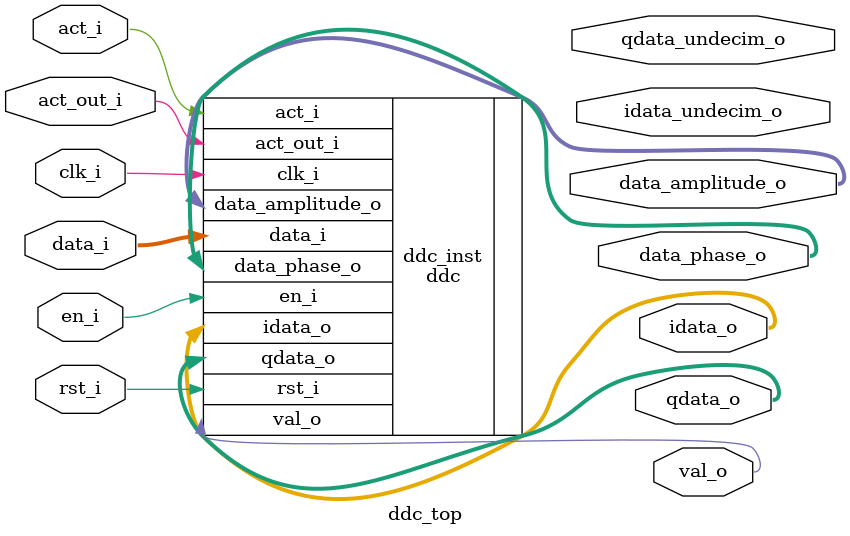
<source format=v>
module ddc_top
#(
  parameter DATAIN_WIDTH     = 16,
  parameter DATAMIXED_WIDTH  = 32,
  parameter DATAOUT_WIDTH    = 25,
  parameter NCO_WIDTH        = 24,
  parameter NCO_PHASE_WIDTH  = 12,
  parameter NCO_PHASE_INC    = 240,
  parameter NCO_COS_LUT_FILE = "coslut.mem",
  parameter NCO_SIN_LUT_FILE = "sinlut.mem",
  parameter NCO_EOTABLE      = (17-1)*NCO_PHASE_INC,
  parameter CIC_M            = 2,
  parameter CIC_N            = 5,
  parameter CIC_MAXRATE      = 5,
  parameter RECT2POL_NSTAGES = 20
)
(
  input                        clk_i,
  input                        rst_i,
  input                        en_i,
  input  [DATAIN_WIDTH-1:0]    data_i,
  output [DATAOUT_WIDTH-1:0]   data_amplitude_o,
  output [DATAOUT_WIDTH-1:0]   data_phase_o,
  output [DATAOUT_WIDTH-1:0]   idata_o,
  output [DATAOUT_WIDTH-1:0]   qdata_o,
  output [DATAMIXED_WIDTH-1:0] idata_undecim_o,
  output [DATAMIXED_WIDTH-1:0] qdata_undecim_o,
  input                        act_i,
  input                        act_out_i,
  output                       val_o
);

  ddc
  #(
    .DATAIN_WIDTH(DATAIN_WIDTH),
    .DATAOUT_WIDTH(DATAOUT_WIDTH),
    .DATAMIXED_WIDTH(DATAMIXED_WIDTH),
    .NCO_PHASE_WIDTH(NCO_PHASE_WIDTH),
    .NCO_WIDTH(NCO_WIDTH),
    .NCO_PHASE_INC(NCO_PHASE_INC),
    .NCO_COS_LUT_FILE(NCO_COS_LUT_FILE),
    .NCO_SIN_LUT_FILE(NCO_SIN_LUT_FILE),
    .NCO_EOTABLE(NCO_EOTABLE),
    .CIC_M(CIC_M),
    .CIC_N(CIC_N),
    .CIC_MAXRATE(CIC_MAXRATE),
    .RECT2POL_NSTAGES(RECT2POL_NSTAGES)
  )
  ddc_inst
  (
    .clk_i(clk_i),
    .rst_i(rst_i),
    .en_i(en_i),
    .data_i(data_i),
    .data_amplitude_o(data_amplitude_o),
    .data_phase_o(data_phase_o),
    .idata_o(idata_o),
    .qdata_o(qdata_o),
    .act_i(act_i),
    .act_out_i(act_out_i),
    .val_o(val_o)
  );
  
endmodule

</source>
